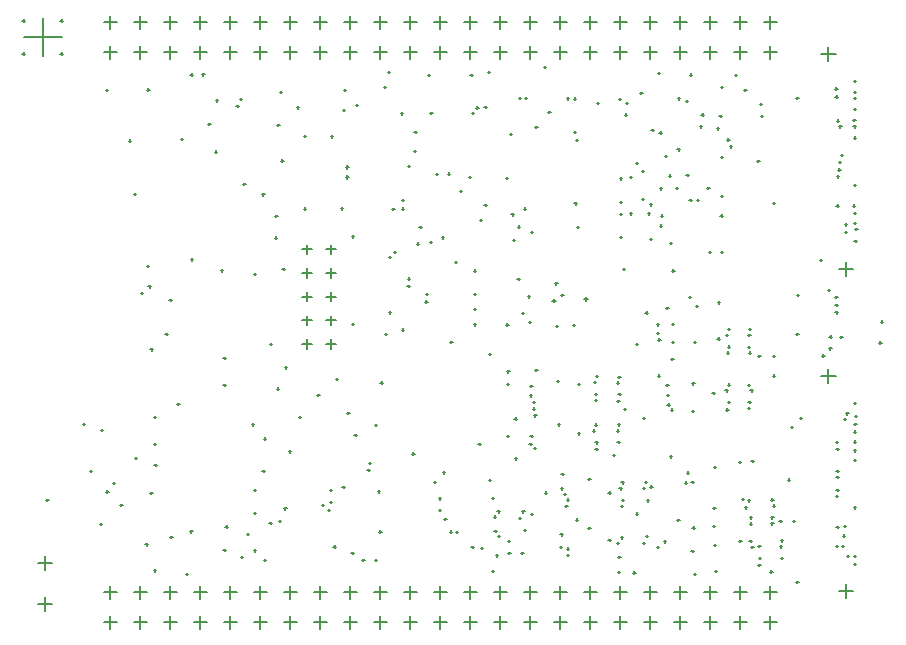
<source format=gbr>
%TF.GenerationSoftware,Altium Limited,Altium Designer,25.3.3 (18)*%
G04 Layer_Color=128*
%FSLAX45Y45*%
%MOMM*%
%TF.SameCoordinates,5572F933-5C96-4131-A983-9EF7CB378A5A*%
%TF.FilePolarity,Positive*%
%TF.FileFunction,Drillmap*%
%TF.Part,Single*%
G01*
G75*
%TA.AperFunction,NonConductor*%
%ADD630C,0.12700*%
D630*
X3860000Y2548000D02*
X3940000D01*
X3900000Y2508000D02*
Y2588000D01*
X3860000Y2748000D02*
X3940000D01*
X3900000Y2708000D02*
Y2788000D01*
X3860000Y2948000D02*
X3940000D01*
X3900000Y2908000D02*
Y2988000D01*
X3860000Y3148000D02*
X3940000D01*
X3900000Y3108000D02*
Y3187999D01*
X3860000Y3348000D02*
X3940000D01*
X3900000Y3308000D02*
Y3388000D01*
X3660000Y2548000D02*
X3740000D01*
X3700000Y2508000D02*
Y2588000D01*
X3660000Y2748000D02*
X3740000D01*
X3700000Y2708000D02*
Y2788000D01*
X3660000Y2948000D02*
X3740000D01*
X3700000Y2908000D02*
Y2988000D01*
X3660000Y3148000D02*
X3740000D01*
X3700000Y3108000D02*
Y3187999D01*
X3660000Y3348000D02*
X3740000D01*
X3700000Y3308000D02*
Y3388000D01*
X8203000Y455000D02*
X8323000D01*
X8263000Y395000D02*
Y515000D01*
X8053000Y2275000D02*
X8173000D01*
X8113000Y2215000D02*
Y2335000D01*
X8053000Y5005000D02*
X8173000D01*
X8113000Y4945000D02*
Y5065000D01*
X8203000Y3185000D02*
X8323000D01*
X8263000Y3125000D02*
Y3245000D01*
X1977000Y190500D02*
X2087000D01*
X2032000Y135500D02*
Y245500D01*
X2231000Y190500D02*
X2341000D01*
X2286000Y135500D02*
Y245500D01*
X2485000Y190500D02*
X2595000D01*
X2540000Y135500D02*
Y245500D01*
X2739000Y190500D02*
X2849000D01*
X2794000Y135500D02*
Y245500D01*
X2993000Y190500D02*
X3103000D01*
X3048000Y135500D02*
Y245500D01*
X3247000Y190500D02*
X3357000D01*
X3302000Y135500D02*
Y245500D01*
X3501000Y190500D02*
X3611000D01*
X3556000Y135500D02*
Y245500D01*
X3755000Y190500D02*
X3865000D01*
X3810000Y135500D02*
Y245500D01*
X4009000Y190500D02*
X4119000D01*
X4064000Y135500D02*
Y245500D01*
X4263000Y190500D02*
X4373000D01*
X4318000Y135500D02*
Y245500D01*
X4517000Y190500D02*
X4627000D01*
X4572000Y135500D02*
Y245500D01*
X4771000Y190500D02*
X4881000D01*
X4826000Y135500D02*
Y245500D01*
X5025000Y190500D02*
X5135000D01*
X5080000Y135500D02*
Y245500D01*
X5279000Y190500D02*
X5389000D01*
X5334000Y135500D02*
Y245500D01*
X5533000Y190500D02*
X5643000D01*
X5588000Y135500D02*
Y245500D01*
X5787000Y190500D02*
X5897000D01*
X5842000Y135500D02*
Y245500D01*
X6041000Y190500D02*
X6151000D01*
X6096000Y135500D02*
Y245500D01*
X6295000Y190500D02*
X6405000D01*
X6350000Y135500D02*
Y245500D01*
X6549000Y190500D02*
X6659000D01*
X6604000Y135500D02*
Y245500D01*
X6803000Y190500D02*
X6913000D01*
X6858000Y135500D02*
Y245500D01*
X7057000Y190500D02*
X7167000D01*
X7112000Y135500D02*
Y245500D01*
X7311000Y190500D02*
X7421000D01*
X7366000Y135500D02*
Y245500D01*
X7565000Y190500D02*
X7675000D01*
X7620000Y135500D02*
Y245500D01*
X1977000Y444500D02*
X2087000D01*
X2032000Y389500D02*
Y499500D01*
X2231000Y444500D02*
X2341000D01*
X2286000Y389500D02*
Y499500D01*
X2485000Y444500D02*
X2595000D01*
X2540000Y389500D02*
Y499500D01*
X2739000Y444500D02*
X2849000D01*
X2794000Y389500D02*
Y499500D01*
X2993000Y444500D02*
X3103000D01*
X3048000Y389500D02*
Y499500D01*
X3247000Y444500D02*
X3357000D01*
X3302000Y389500D02*
Y499500D01*
X3501000Y444500D02*
X3611000D01*
X3556000Y389500D02*
Y499500D01*
X3755000Y444500D02*
X3865000D01*
X3810000Y389500D02*
Y499500D01*
X4009000Y444500D02*
X4119000D01*
X4064000Y389500D02*
Y499500D01*
X4263000Y444500D02*
X4373000D01*
X4318000Y389500D02*
Y499500D01*
X4517000Y444500D02*
X4627000D01*
X4572000Y389500D02*
Y499500D01*
X4771000Y444500D02*
X4881000D01*
X4826000Y389500D02*
Y499500D01*
X5025000Y444500D02*
X5135000D01*
X5080000Y389500D02*
Y499500D01*
X5279000Y444500D02*
X5389000D01*
X5334000Y389500D02*
Y499500D01*
X5533000Y444500D02*
X5643000D01*
X5588000Y389500D02*
Y499500D01*
X5787000Y444500D02*
X5897000D01*
X5842000Y389500D02*
Y499500D01*
X6041000Y444500D02*
X6151000D01*
X6096000Y389500D02*
Y499500D01*
X6295000Y444500D02*
X6405000D01*
X6350000Y389500D02*
Y499500D01*
X6549000Y444500D02*
X6659000D01*
X6604000Y389500D02*
Y499500D01*
X6803000Y444500D02*
X6913000D01*
X6858000Y389500D02*
Y499500D01*
X7057000Y444500D02*
X7167000D01*
X7112000Y389500D02*
Y499500D01*
X7311000Y444500D02*
X7421000D01*
X7366000Y389500D02*
Y499500D01*
X7565000Y444500D02*
X7675000D01*
X7620000Y389500D02*
Y499500D01*
X1977000Y5016500D02*
X2087000D01*
X2032000Y4961500D02*
Y5071500D01*
X2231000Y5016500D02*
X2341000D01*
X2286000Y4961500D02*
Y5071500D01*
X2485000Y5016500D02*
X2595000D01*
X2540000Y4961500D02*
Y5071500D01*
X2739000Y5016500D02*
X2849000D01*
X2794000Y4961500D02*
Y5071500D01*
X2993000Y5016500D02*
X3103000D01*
X3048000Y4961500D02*
Y5071500D01*
X3247000Y5016500D02*
X3357000D01*
X3302000Y4961500D02*
Y5071500D01*
X3501000Y5016500D02*
X3611000D01*
X3556000Y4961500D02*
Y5071500D01*
X3755000Y5016500D02*
X3865000D01*
X3810000Y4961500D02*
Y5071500D01*
X4009000Y5016500D02*
X4119000D01*
X4064000Y4961500D02*
Y5071500D01*
X4263000Y5016500D02*
X4373000D01*
X4318000Y4961500D02*
Y5071500D01*
X4517000Y5016500D02*
X4627000D01*
X4572000Y4961500D02*
Y5071500D01*
X4771000Y5016500D02*
X4881000D01*
X4826000Y4961500D02*
Y5071500D01*
X5025000Y5016500D02*
X5135000D01*
X5080000Y4961500D02*
Y5071500D01*
X5279000Y5016500D02*
X5389000D01*
X5334000Y4961500D02*
Y5071500D01*
X5533000Y5016500D02*
X5643000D01*
X5588000Y4961500D02*
Y5071500D01*
X5787000Y5016500D02*
X5897000D01*
X5842000Y4961500D02*
Y5071500D01*
X6041000Y5016500D02*
X6151000D01*
X6096000Y4961500D02*
Y5071500D01*
X6295000Y5016500D02*
X6405000D01*
X6350000Y4961500D02*
Y5071500D01*
X6549000Y5016500D02*
X6659000D01*
X6604000Y4961500D02*
Y5071500D01*
X6803000Y5016500D02*
X6913000D01*
X6858000Y4961500D02*
Y5071500D01*
X7057000Y5016500D02*
X7167000D01*
X7112000Y4961500D02*
Y5071500D01*
X7311000Y5016500D02*
X7421000D01*
X7366000Y4961500D02*
Y5071500D01*
X7565000Y5016500D02*
X7675000D01*
X7620000Y4961500D02*
Y5071500D01*
X1977000Y5270500D02*
X2087000D01*
X2032000Y5215500D02*
Y5325500D01*
X2231000Y5270500D02*
X2341000D01*
X2286000Y5215500D02*
Y5325500D01*
X2485000Y5270500D02*
X2595000D01*
X2540000Y5215500D02*
Y5325500D01*
X2739000Y5270500D02*
X2849000D01*
X2794000Y5215500D02*
Y5325500D01*
X2993000Y5270500D02*
X3103000D01*
X3048000Y5215500D02*
Y5325500D01*
X3247000Y5270500D02*
X3357000D01*
X3302000Y5215500D02*
Y5325500D01*
X3501000Y5270500D02*
X3611000D01*
X3556000Y5215500D02*
Y5325500D01*
X3755000Y5270500D02*
X3865000D01*
X3810000Y5215500D02*
Y5325500D01*
X4009000Y5270500D02*
X4119000D01*
X4064000Y5215500D02*
Y5325500D01*
X4263000Y5270500D02*
X4373000D01*
X4318000Y5215500D02*
Y5325500D01*
X4517000Y5270500D02*
X4627000D01*
X4572000Y5215500D02*
Y5325500D01*
X4771000Y5270500D02*
X4881000D01*
X4826000Y5215500D02*
Y5325500D01*
X5025000Y5270500D02*
X5135000D01*
X5080000Y5215500D02*
Y5325500D01*
X5279000Y5270500D02*
X5389000D01*
X5334000Y5215500D02*
Y5325500D01*
X5533000Y5270500D02*
X5643000D01*
X5588000Y5215500D02*
Y5325500D01*
X5787000Y5270500D02*
X5897000D01*
X5842000Y5215500D02*
Y5325500D01*
X6041000Y5270500D02*
X6151000D01*
X6096000Y5215500D02*
Y5325500D01*
X6295000Y5270500D02*
X6405000D01*
X6350000Y5215500D02*
Y5325500D01*
X6549000Y5270500D02*
X6659000D01*
X6604000Y5215500D02*
Y5325500D01*
X6803000Y5270500D02*
X6913000D01*
X6858000Y5215500D02*
Y5325500D01*
X7057000Y5270500D02*
X7167000D01*
X7112000Y5215500D02*
Y5325500D01*
X7311000Y5270500D02*
X7421000D01*
X7366000Y5215500D02*
Y5325500D01*
X7565000Y5270500D02*
X7675000D01*
X7620000Y5215500D02*
Y5325500D01*
X1300500Y5143500D02*
X1620500D01*
X1460500Y4983500D02*
Y5303500D01*
X1420000Y345000D02*
X1540000D01*
X1480000Y285000D02*
Y405000D01*
X1420000Y695000D02*
X1540000D01*
X1480000Y635000D02*
Y755000D01*
X2370667Y1287523D02*
X2390667D01*
X2380667Y1277523D02*
Y1297523D01*
X8559185Y2737375D02*
X8579185D01*
X8569185Y2727375D02*
Y2747375D01*
X8542500Y2559739D02*
X8562500D01*
X8552500Y2549739D02*
Y2569739D01*
X5629965Y4382866D02*
X5649965D01*
X5639965Y4372866D02*
Y4392866D01*
X5429190Y3644282D02*
X5449190D01*
X5439190Y3634282D02*
Y3654282D01*
X5533187Y3694652D02*
X5553187D01*
X5543187Y3684652D02*
Y3704652D01*
X6560000Y1380000D02*
X6580000D01*
X6570000Y1370000D02*
Y1390000D01*
X6899461Y1373397D02*
X6919461D01*
X6909461Y1363397D02*
Y1383397D01*
X4589495Y1619981D02*
X4609494D01*
X4599494Y1609981D02*
Y1629980D01*
X4500000Y2670000D02*
X4520000D01*
X4510000Y2660000D02*
Y2680000D01*
X2340000Y3210000D02*
X2360000D01*
X2350000Y3200000D02*
Y3220000D01*
X8326372Y684779D02*
X8346372D01*
X8336372Y674779D02*
Y694779D01*
X3940000Y2250000D02*
X3960000D01*
X3950000Y2240000D02*
Y2260000D01*
X3785090Y2117655D02*
X3805090D01*
X3795090Y2107655D02*
Y2127655D01*
X3998448Y1334383D02*
X4018448D01*
X4008448Y1324383D02*
Y1344383D01*
X4099413Y1779007D02*
X4119413D01*
X4109413Y1769007D02*
Y1789007D01*
X5081511Y4826774D02*
X5101511D01*
X5091511Y4816774D02*
Y4836774D01*
X4721207Y4827546D02*
X4741207D01*
X4731207Y4817546D02*
Y4837546D01*
X5959054Y4625903D02*
X5979054D01*
X5969054Y4615903D02*
Y4635903D01*
X6573957Y1223066D02*
X6593957D01*
X6583957Y1213066D02*
Y1233066D01*
X3430000Y3630000D02*
X3450000D01*
X3440000Y3620000D02*
Y3640000D01*
X2990000Y2200000D02*
X3010000D01*
X3000000Y2190000D02*
Y2210000D01*
X2990000Y2430000D02*
X3010000D01*
X3000000Y2420000D02*
Y2440000D01*
X2400000Y1930000D02*
X2420000D01*
X2410000Y1920000D02*
Y1940000D01*
X2400000Y1700000D02*
X2420000D01*
X2410000Y1690000D02*
Y1710000D01*
X3544238Y1637718D02*
X3564238D01*
X3554238Y1627718D02*
Y1647718D01*
X6971659Y2564787D02*
X6991659D01*
X6981659Y2554787D02*
Y2574787D01*
X6564714Y923815D02*
X6584714D01*
X6574714Y913815D02*
Y933815D01*
X5574281Y2736198D02*
X5594281D01*
X5584281Y2726198D02*
Y2746198D01*
X5236126Y2465041D02*
X5256126D01*
X5246126Y2455041D02*
Y2475041D01*
X4296654Y1298722D02*
X4316654D01*
X4306654Y1288722D02*
Y1308722D01*
X4210000Y1480000D02*
X4230000D01*
X4220000Y1470000D02*
Y1490000D01*
Y1540000D02*
X4240000D01*
X4230000Y1530000D02*
Y1550000D01*
X4320000Y2220000D02*
X4340000D01*
X4330000Y2210000D02*
Y2230000D01*
X5381499Y3954002D02*
X5401499D01*
X5391499Y3944002D02*
Y3964002D01*
X5391082Y2210489D02*
X5411082D01*
X5401082Y2200489D02*
Y2220489D01*
X5391488Y1770850D02*
X5411488D01*
X5401488Y1760850D02*
Y1780850D01*
X5385309Y2711469D02*
X5405308D01*
X5395308Y2701469D02*
Y2721469D01*
X4354802Y2633201D02*
X4374802D01*
X4364802Y2623202D02*
Y2643201D01*
X5150000Y1700000D02*
X5170000D01*
X5160000Y1690000D02*
Y1710000D01*
X5453722Y1916669D02*
X5473722D01*
X5463722Y1906669D02*
Y1926668D01*
X5622761Y1943620D02*
X5642761D01*
X5632761Y1933620D02*
Y1953620D01*
X4740000Y3410000D02*
X4760000D01*
X4750000Y3400000D02*
Y3420000D01*
X4840000Y3450000D02*
X4860000D01*
X4850000Y3440000D02*
Y3460000D01*
X4950000Y3240000D02*
X4970000D01*
X4960000Y3230000D02*
Y3250000D01*
X4956787Y956458D02*
X4976787D01*
X4966787Y946458D02*
Y966458D01*
X4434097Y3326817D02*
X4454097D01*
X4444097Y3316817D02*
Y3336817D01*
X3129476Y4624019D02*
X3149476D01*
X3139476Y4614019D02*
Y4634019D01*
X2917766Y4177072D02*
X2937766D01*
X2927766Y4167072D02*
Y4187072D01*
X3100000Y4560000D02*
X3120000D01*
X3110000Y4550000D02*
Y4570000D01*
X3249994Y3139994D02*
X3269993D01*
X3259993Y3129994D02*
Y3149994D01*
X2970000Y3170001D02*
X2990000D01*
X2980000Y3160001D02*
Y3180000D01*
X2928364Y4609819D02*
X2948364D01*
X2938364Y4599819D02*
Y4619819D01*
X3382500Y2550000D02*
X3402500D01*
X3392500Y2540000D02*
Y2560000D01*
X4079577Y3458928D02*
X4099577D01*
X4089577Y3448928D02*
Y3468928D01*
X3489875Y3182500D02*
X3509875D01*
X3499875Y3172500D02*
Y3192500D01*
X4079999Y2717500D02*
X4099999D01*
X4089999Y2707500D02*
Y2727500D01*
X3510000Y2350000D02*
X3530000D01*
X3520000Y2340000D02*
Y2360000D01*
X2600279Y2037934D02*
X2620278D01*
X2610278Y2027934D02*
Y2047934D01*
X3443860Y2169371D02*
X3463859D01*
X3453859Y2159371D02*
Y2179371D01*
X4038113Y1964887D02*
X4058113D01*
X4048113Y1954887D02*
Y1974887D01*
X3229578Y1866066D02*
X3249578D01*
X3239578Y1856066D02*
Y1876066D01*
X3890347Y1212274D02*
X3910347D01*
X3900347Y1202274D02*
Y1222274D01*
X3380000Y1030000D02*
X3400000D01*
X3390000Y1020000D02*
Y1040000D01*
X2712076Y3263632D02*
X2732076D01*
X2722076Y3253632D02*
Y3273632D01*
X6997572Y3764473D02*
X7017572D01*
X7007572Y3754473D02*
Y3774473D01*
X6935811Y3768675D02*
X6955811D01*
X6945811Y3758675D02*
Y3778675D01*
X7641751Y3740325D02*
X7661751D01*
X7651751Y3730325D02*
Y3750325D01*
X6695711Y3634924D02*
X6715711D01*
X6705711Y3624924D02*
Y3644924D01*
X7198707Y3634883D02*
X7218707D01*
X7208707Y3624883D02*
Y3644883D01*
X7407279Y1163852D02*
X7427279D01*
X7417279Y1153852D02*
Y1173852D01*
X7444341Y881220D02*
X7464341D01*
X7454341Y871221D02*
Y891220D01*
X7518805Y834542D02*
X7538805D01*
X7528805Y824542D02*
Y844542D01*
X7522021Y733311D02*
X7542020D01*
X7532020Y723311D02*
Y743311D01*
X7517955Y676064D02*
X7537955D01*
X7527955Y666064D02*
Y686064D01*
X7357773Y881230D02*
X7377773D01*
X7367773Y871230D02*
Y891230D01*
X7378651Y1235212D02*
X7398651D01*
X7388651Y1225212D02*
Y1245212D01*
X8203919Y4389499D02*
X8223919D01*
X8213919Y4379499D02*
Y4399499D01*
X8215547Y4147272D02*
X8235547D01*
X8225547Y4137272D02*
Y4157272D01*
X8186010Y3966066D02*
X8206010D01*
X8196010Y3956066D02*
Y3976066D01*
X8195223Y4024776D02*
X8215223D01*
X8205223Y4014776D02*
Y4034776D01*
X8200000Y4090000D02*
X8220000D01*
X8210000Y4080000D02*
Y4100000D01*
X7640000Y1179333D02*
X7660000D01*
X7650000Y1169333D02*
Y1189333D01*
X6952354Y1377731D02*
X6972354D01*
X6962354Y1367731D02*
Y1387731D01*
X7770000Y1400000D02*
X7790000D01*
X7780000Y1390000D02*
Y1410000D01*
X6915887Y1458315D02*
X6935887D01*
X6925887Y1448315D02*
Y1468315D01*
X7699582Y834248D02*
X7719582D01*
X7709582Y824248D02*
Y844247D01*
X7628749Y1028212D02*
X7648749D01*
X7638749Y1018212D02*
Y1038212D01*
X7429767Y2005211D02*
X7449767D01*
X7439767Y1995211D02*
Y2015211D01*
X7794298Y1845702D02*
X7814298D01*
X7804298Y1835702D02*
Y1855702D01*
X7435615Y2055562D02*
X7455615D01*
X7445615Y2045562D02*
Y2065562D01*
X7453088Y2155165D02*
X7473088D01*
X7463088Y2145165D02*
Y2165165D01*
X7430746Y2202500D02*
X7450746D01*
X7440746Y2192500D02*
Y2212500D01*
X7441513Y2474524D02*
X7461513D01*
X7451513Y2464524D02*
Y2484524D01*
X7433479Y2621749D02*
X7453479D01*
X7443479Y2611749D02*
Y2631749D01*
X6325369Y2064996D02*
X6345369D01*
X6335369Y2054996D02*
Y2074996D01*
X6320000Y2220000D02*
X6340000D01*
X6330000Y2210000D02*
Y2230000D01*
X6332677Y2268366D02*
X6352677D01*
X6342677Y2258366D02*
Y2278366D01*
X6782748Y2418006D02*
X6802748D01*
X6792748Y2408006D02*
Y2428006D01*
X6328042Y1867057D02*
X6348042D01*
X6338042Y1857057D02*
Y1877057D01*
X6321219Y1814952D02*
X6341219D01*
X6331219Y1804952D02*
Y1824952D01*
X6540367Y1920716D02*
X6560367D01*
X6550367Y1910716D02*
Y1930716D01*
X6381872Y1995771D02*
X6401872D01*
X6391872Y1985771D02*
Y2005771D01*
X6480000Y2550000D02*
X6500000D01*
X6490000Y2540000D02*
Y2560000D01*
X5493002Y1075600D02*
X5513002D01*
X5503002Y1065600D02*
Y1085600D01*
X6290000Y1610000D02*
X6310000D01*
X6300000Y1600000D02*
Y1620000D01*
X6540780Y1328225D02*
X6560780D01*
X6550780Y1318225D02*
Y1338225D01*
X6356643Y1175064D02*
X6376643D01*
X6366643Y1165064D02*
Y1185064D01*
X6480986Y1111819D02*
X6500986D01*
X6490986Y1101819D02*
Y1121819D01*
X6540000Y860000D02*
X6560000D01*
X6550000Y850000D02*
Y870000D01*
X6658093Y828380D02*
X6678093D01*
X6668093Y818380D02*
Y838380D01*
X5400000Y880000D02*
X5420000D01*
X5410000Y870000D02*
Y890000D01*
X6459871Y611393D02*
X6479871D01*
X6469871Y601394D02*
Y621393D01*
X7620000Y620000D02*
X7640000D01*
X7630000Y610000D02*
Y630000D01*
X6971610Y601044D02*
X6991610D01*
X6981610Y591044D02*
Y611044D01*
X7149078Y624207D02*
X7169078D01*
X7159078Y614207D02*
Y634207D01*
X6584271Y3653251D02*
X6604271D01*
X6594271Y3643251D02*
Y3663250D01*
X6821596Y3870000D02*
X6841596D01*
X6831596Y3860000D02*
Y3880000D01*
X6770000Y3400000D02*
X6790000D01*
X6780000Y3390000D02*
Y3410000D01*
X8172143Y2814823D02*
X8192143D01*
X8182143Y2804823D02*
Y2824823D01*
X8213537Y2606359D02*
X8233537D01*
X8223537Y2596359D02*
Y2616359D01*
X8107549Y3006671D02*
X8127549D01*
X8117549Y2996671D02*
Y3016671D01*
X7200000Y3800000D02*
X7220000D01*
X7210000Y3790000D02*
Y3810000D01*
X7707762Y736535D02*
X7727762D01*
X7717762Y726535D02*
Y746535D01*
X3249697Y1115924D02*
X3269697D01*
X3259697Y1105924D02*
Y1125924D01*
X6930000Y2947500D02*
X6950000D01*
X6940000Y2937500D02*
Y2957500D01*
X7842918Y2962686D02*
X7862918D01*
X7852918Y2952686D02*
Y2972686D01*
X8171422Y2878977D02*
X8191422D01*
X8181422Y2868977D02*
Y2888977D01*
X8171230Y2945002D02*
X8191230D01*
X8181230Y2935003D02*
Y2955002D01*
X7839778Y2631825D02*
X7859778D01*
X7849778Y2621825D02*
Y2641825D01*
X7870000Y1920000D02*
X7890000D01*
X7880000Y1910000D02*
Y1930000D01*
X7640000Y2280000D02*
X7660000D01*
X7650000Y2270000D02*
Y2290000D01*
X7640000Y2445000D02*
X7660000D01*
X7650000Y2435000D02*
Y2455000D01*
X7519112Y2444793D02*
X7539112D01*
X7529112Y2434793D02*
Y2454793D01*
X8121039Y2610196D02*
X8141039D01*
X8131039Y2600196D02*
Y2620196D01*
X8060000Y2450000D02*
X8080000D01*
X8070000Y2440000D02*
Y2460000D01*
X8120000Y2510000D02*
X8140000D01*
X8130000Y2500000D02*
Y2520000D01*
X8330407Y2047135D02*
X8350407D01*
X8340407Y2037135D02*
Y2057135D01*
X8264077Y1960350D02*
X8284077D01*
X8274077Y1950350D02*
Y1970350D01*
X8240991Y1910622D02*
X8260991D01*
X8250991Y1900622D02*
Y1920622D01*
X8333944Y1938175D02*
X8353944D01*
X8343944Y1928175D02*
Y1948175D01*
X8330906Y1869523D02*
X8350906D01*
X8340906Y1859523D02*
Y1879523D01*
X4490000Y4500000D02*
X4510000D01*
X4500000Y4490000D02*
Y4510000D01*
X5091347Y4503003D02*
X5111347D01*
X5101347Y4493003D02*
Y4513003D01*
X4741347Y4503003D02*
X4761347D01*
X4751347Y4493003D02*
Y4513003D01*
X4911347Y2563003D02*
X4931347D01*
X4921347Y2553003D02*
Y2573003D01*
X6322200Y864003D02*
X6342200D01*
X6332200Y854003D02*
Y874003D01*
X6721497Y875833D02*
X6741497D01*
X6731497Y865833D02*
Y885833D01*
X6333119Y744003D02*
X6353119D01*
X6343119Y734003D02*
Y754003D01*
X6329046Y619481D02*
X6349046D01*
X6339046Y609481D02*
Y629481D01*
X5618845Y1664897D02*
X5638845D01*
X5628845Y1654897D02*
Y1674897D01*
X5582089Y1702985D02*
X5602089D01*
X5592089Y1692985D02*
Y1712985D01*
X5631227Y2324889D02*
X5651227D01*
X5641227Y2314889D02*
Y2334889D01*
X5815260Y2235833D02*
X5835260D01*
X5825260Y2225833D02*
Y2245833D01*
X5610000Y2000000D02*
X5630000D01*
X5620000Y1990000D02*
Y2010000D01*
X5609286Y2054045D02*
X5629286D01*
X5619286Y2044045D02*
Y2064045D01*
X5972366Y4273059D02*
X5992366D01*
X5982366Y4263059D02*
Y4283059D01*
X7510656Y4099404D02*
X7530656D01*
X7520656Y4089404D02*
Y4109404D01*
X8172685Y4642287D02*
X8192685D01*
X8182685Y4632287D02*
Y4652287D01*
X5590865Y3493579D02*
X5610865D01*
X5600865Y3483580D02*
Y3503579D01*
X5980551Y3539929D02*
X6000551D01*
X5990551Y3529929D02*
Y3549929D01*
X5950045Y2706612D02*
X5970045D01*
X5960045Y2696612D02*
Y2716612D01*
X6563796Y2813468D02*
X6583796D01*
X6573796Y2803468D02*
Y2823468D01*
X7175789Y2899534D02*
X7195789D01*
X7185789Y2889534D02*
Y2909534D01*
X6784371Y2714635D02*
X6804371D01*
X6794371Y2704635D02*
Y2724635D01*
X6370000Y3180000D02*
X6390000D01*
X6380000Y3170000D02*
Y3190000D01*
X7255540Y4278122D02*
X7275540D01*
X7265540Y4268122D02*
Y4288122D01*
X6939095Y4828738D02*
X6959095D01*
X6949095Y4818738D02*
Y4838738D01*
X7319264Y4827195D02*
X7339264D01*
X7329264Y4817195D02*
Y4837195D01*
X7840000Y4630000D02*
X7860000D01*
X7850000Y4620000D02*
Y4640000D01*
X7173075Y2593718D02*
X7193075D01*
X7183075Y2583718D02*
Y2603718D01*
X7252744Y2474203D02*
X7272744D01*
X7262744Y2464203D02*
Y2484203D01*
X7241723Y2624881D02*
X7261723D01*
X7251723Y2614881D02*
Y2634881D01*
X7240633Y2154582D02*
X7260633D01*
X7250633Y2144582D02*
Y2164582D01*
X7247710Y1991396D02*
X7267710D01*
X7257710Y1981396D02*
Y2001396D01*
X6777656Y1992762D02*
X6797656D01*
X6787656Y1982762D02*
Y2002762D01*
X6140000Y1660000D02*
X6160000D01*
X6150000Y1650000D02*
Y1670000D01*
X6120251Y1814943D02*
X6140251D01*
X6130251Y1804943D02*
Y1824943D01*
X6137726Y1865823D02*
X6157726D01*
X6147726Y1855823D02*
Y1875823D01*
X6670000Y2280001D02*
X6690000D01*
X6680000Y2270001D02*
Y2290001D01*
X5976360Y1060716D02*
X5996360D01*
X5986360Y1050716D02*
Y1070716D01*
X6364130Y1224924D02*
X6384129D01*
X6374129Y1214924D02*
Y1234924D01*
X6343138Y1325106D02*
X6363138D01*
X6353138Y1315106D02*
Y1335106D01*
X5898597Y763530D02*
X5918597D01*
X5908597Y753530D02*
Y773530D01*
X7461172Y1554359D02*
X7481172D01*
X7471172Y1544359D02*
Y1564359D01*
X6768295Y1595643D02*
X6788295D01*
X6778295Y1585644D02*
Y1605643D01*
X7432489Y1223123D02*
X7452489D01*
X7442489Y1213123D02*
Y1233123D01*
X7448943Y1079929D02*
X7468943D01*
X7458943Y1069929D02*
Y1089929D01*
X7354207Y1548600D02*
X7374207D01*
X7364207Y1538600D02*
Y1558600D01*
X6960983Y993664D02*
X6980983D01*
X6970983Y983664D02*
Y1003664D01*
X6833436Y1057733D02*
X6853436D01*
X6843436Y1047733D02*
Y1067733D01*
X7460000Y830000D02*
X7480000D01*
X7470000Y820000D02*
Y840000D01*
X7446884Y1027268D02*
X7466884D01*
X7456884Y1017268D02*
Y1037268D01*
X7810000Y1050000D02*
X7830000D01*
X7820000Y1040000D02*
Y1060000D01*
X5884331Y1178451D02*
X5904331D01*
X5894331Y1168451D02*
Y1188451D01*
X5900706Y1229467D02*
X5920706D01*
X5910706Y1219467D02*
Y1239467D01*
X5870474Y1275444D02*
X5890474D01*
X5880474Y1265444D02*
Y1285444D01*
X5852353Y1446317D02*
X5872352D01*
X5862353Y1436317D02*
Y1456317D01*
X5710000Y1290000D02*
X5730000D01*
X5720000Y1280000D02*
Y1300000D01*
X5265076Y1241599D02*
X5285076D01*
X5275076Y1231599D02*
Y1251599D01*
X4813740Y1240134D02*
X4833740D01*
X4823740Y1230134D02*
Y1250134D01*
X4812417Y1140418D02*
X4832417D01*
X4822417Y1130418D02*
Y1150418D01*
X4860496Y1065889D02*
X4880496D01*
X4870496Y1055889D02*
Y1075889D01*
X4906830Y958541D02*
X4926830D01*
X4916830Y948541D02*
Y968541D01*
X5277568Y1086075D02*
X5297568D01*
X5287568Y1076075D02*
Y1096075D01*
X5310000Y1130000D02*
X5330000D01*
X5320000Y1120000D02*
Y1140000D01*
X5284387Y966075D02*
X5304387D01*
X5294387Y956075D02*
Y976075D01*
X5311854Y923496D02*
X5331854D01*
X5321854Y913496D02*
Y933496D01*
X5297534Y757266D02*
X5317534D01*
X5307534Y747266D02*
Y767266D01*
X3505675Y1155029D02*
X3525675D01*
X3515675Y1145029D02*
Y1165029D01*
X2670532Y600491D02*
X2690532D01*
X2680532Y590491D02*
Y610491D01*
X6132965Y2074473D02*
X6152965D01*
X6142965Y2064473D02*
Y2084473D01*
X6129320Y2225882D02*
X6149320D01*
X6139320Y2215882D02*
Y2235881D01*
X6141221Y2276914D02*
X6161221D01*
X6151221Y2266914D02*
Y2286914D01*
X6334372Y2125552D02*
X6354372D01*
X6344372Y2115552D02*
Y2135552D01*
X6660672Y2714062D02*
X6680672D01*
X6670672Y2704062D02*
Y2724062D01*
X7280000Y4220000D02*
X7300000D01*
X7290000Y4210000D02*
Y4230000D01*
X4850000Y1460000D02*
X4870000D01*
X4860000Y1450000D02*
Y1470000D01*
X5458170Y1578802D02*
X5478170D01*
X5468170Y1568802D02*
Y1588801D01*
X5962225Y3738184D02*
X5982225D01*
X5972225Y3728184D02*
Y3748184D01*
X8040000Y3260000D02*
X8060000D01*
X8050000Y3250000D02*
Y3270000D01*
X7840000Y530000D02*
X7860000D01*
X7850000Y520000D02*
Y540000D01*
X7131946Y1005659D02*
X7151946D01*
X7141946Y995659D02*
Y1015659D01*
X4770000Y1380000D02*
X4790000D01*
X4780000Y1370000D02*
Y1390000D01*
X3333313Y718731D02*
X3353313D01*
X3343313Y708731D02*
Y728731D01*
X4309500Y959500D02*
X4329500D01*
X4319500Y949500D02*
Y969500D01*
X3891347Y1308653D02*
X3911347D01*
X3901347Y1298653D02*
Y1318653D01*
X3250339Y800579D02*
X3270339D01*
X3260339Y790579D02*
Y810579D01*
X3460000Y1050000D02*
X3480000D01*
X3470000Y1040000D02*
Y1060000D01*
X3188847Y941388D02*
X3208847D01*
X3198847Y931388D02*
Y951388D01*
X2324569Y850000D02*
X2354569D01*
X2339569Y835000D02*
Y865000D01*
X2117080Y1183054D02*
X2137080D01*
X2127080Y1173054D02*
Y1193054D01*
X1950000Y1817392D02*
X1970000D01*
X1960000Y1807392D02*
Y1827392D01*
X5589722Y1768096D02*
X5609722D01*
X5599722Y1758096D02*
Y1778096D01*
X5587932Y2191787D02*
X5607932D01*
X5597932Y2181787D02*
Y2201787D01*
X5837336Y830870D02*
X5857336D01*
X5847336Y820870D02*
Y840870D01*
X5844327Y935673D02*
X5864327D01*
X5854327Y925673D02*
Y945673D01*
X5844999Y1325000D02*
X5864999D01*
X5854999Y1315000D02*
Y1335000D01*
X5992746Y1790909D02*
X6012746D01*
X6002746Y1780909D02*
Y1800909D01*
X5992746Y2210001D02*
X6012746D01*
X6002746Y2200001D02*
Y2220001D01*
X6953499Y795281D02*
X6973499D01*
X6963499Y785281D02*
Y805281D01*
X6740000Y2200000D02*
X6760000D01*
X6750000Y2190000D02*
Y2210000D01*
X6787500Y2566485D02*
X6807500D01*
X6797500Y2556485D02*
Y2576485D01*
X6740000Y2850000D02*
X6760000D01*
X6750000Y2840000D02*
Y2860000D01*
X6660000Y2640000D02*
X6680000D01*
X6670000Y2630000D02*
Y2650000D01*
X6672471Y2585249D02*
X6692471D01*
X6682471Y2575249D02*
Y2595249D01*
X7400000Y4700000D02*
X7420000D01*
X7410000Y4690000D02*
Y4710000D01*
X6903016Y4603016D02*
X6923016D01*
X6913016Y4593016D02*
Y4613016D01*
X5393661Y2315116D02*
X5413660D01*
X5403661Y2305116D02*
Y2325116D01*
X5112333Y2713076D02*
X5132333D01*
X5122333Y2703076D02*
Y2723076D01*
X2533568Y2919950D02*
X2553568D01*
X2543568Y2909950D02*
Y2929950D01*
X5804897Y2701733D02*
X5824897D01*
X5814897Y2691733D02*
Y2711733D01*
X5849988Y2959994D02*
X5869988D01*
X5859988Y2949994D02*
Y2969994D01*
X5235030Y1398108D02*
X5255030D01*
X5245030Y1388108D02*
Y1408108D01*
X6250000Y1290000D02*
X6270000D01*
X6260000Y1280000D02*
Y1300000D01*
X6250000Y887379D02*
X6270000D01*
X6260000Y877379D02*
Y897379D01*
X6140811Y1714006D02*
X6160811D01*
X6150811Y1704006D02*
Y1724006D01*
X5821296Y1867204D02*
X5841296D01*
X5831296Y1857204D02*
Y1877204D01*
X6079273Y1402302D02*
X6099273D01*
X6089273Y1392302D02*
Y1412302D01*
X6080000Y990000D02*
X6100000D01*
X6090000Y980000D02*
Y1000000D01*
X6353452Y909664D02*
X6373452D01*
X6363452Y899664D02*
Y919664D01*
X5584827Y2111606D02*
X5604826D01*
X5594827Y2101606D02*
Y2121606D01*
X6045000Y2930000D02*
X6075000D01*
X6060000Y2915000D02*
Y2945000D01*
X7137500Y1156486D02*
X7157500D01*
X7147500Y1146486D02*
Y1166486D01*
X7142358Y1507069D02*
X7162358D01*
X7152358Y1497069D02*
Y1517069D01*
X7144477Y845000D02*
X7164477D01*
X7154477Y835000D02*
Y855000D01*
X6605000Y1340370D02*
X6625000D01*
X6615000Y1330370D02*
Y1350370D01*
X7130000Y2130000D02*
X7150000D01*
X7140000Y2120000D02*
Y2140000D01*
X6990924Y2869064D02*
X7010924D01*
X7000924Y2859064D02*
Y2879064D01*
X6960000Y2213213D02*
X6980000D01*
X6970000Y2203213D02*
Y2223213D01*
X8180000Y1660000D02*
X8200000D01*
X8190000Y1650000D02*
Y1670000D01*
X5593879Y1110165D02*
X5613879D01*
X5603879Y1100165D02*
Y1120165D01*
X7200000Y3325000D02*
X7220000D01*
X7210000Y3315000D02*
Y3335000D01*
X7697500Y1050495D02*
X7717500D01*
X7707500Y1040496D02*
Y1060495D01*
X8340383Y3520454D02*
X8360383D01*
X8350383Y3510454D02*
Y3530454D01*
X7708011Y884968D02*
X7728011D01*
X7718011Y874968D02*
Y894968D01*
X4550639Y4052602D02*
X4570639D01*
X4560639Y4042602D02*
Y4062602D01*
X5570000Y2950000D02*
X5590000D01*
X5580000Y2940000D02*
Y2960000D01*
X5480000Y3100000D02*
X5500000D01*
X5490000Y3090000D02*
Y3110000D01*
X4630052Y3398326D02*
X4650052D01*
X4640052Y3388326D02*
Y3408326D01*
X5517472Y2810000D02*
X5537472D01*
X5527472Y2800000D02*
Y2820000D01*
X4890000Y3990000D02*
X4910000D01*
X4900000Y3980000D02*
Y4000000D01*
X4790000Y3989014D02*
X4810000D01*
X4800000Y3979014D02*
Y3999014D01*
X5485072Y3540833D02*
X5505072D01*
X5495072Y3530833D02*
Y3550833D01*
X6687740Y3864157D02*
X6707740D01*
X6697740Y3854157D02*
Y3874157D01*
X6431988Y3962577D02*
X6451988D01*
X6441988Y3952577D02*
Y3972577D01*
X6482088Y4081153D02*
X6502088D01*
X6492088Y4071153D02*
Y4091153D01*
X6349182Y3751310D02*
X6369182D01*
X6359182Y3741310D02*
Y3761310D01*
X7100000Y3325024D02*
X7120000D01*
X7110000Y3315024D02*
Y3335024D01*
X6348297Y3646994D02*
X6368297D01*
X6358297Y3636994D02*
Y3656994D01*
X6347981Y3949526D02*
X6367981D01*
X6357981Y3939526D02*
Y3959526D01*
X5521224Y1129757D02*
X5541224D01*
X5531224Y1119757D02*
Y1139757D01*
X5532259Y972754D02*
X5552259D01*
X5542259Y962754D02*
Y982754D01*
X4548761Y3037421D02*
X4568761D01*
X4558761Y3027421D02*
Y3047421D01*
X4389547Y3283233D02*
X4409547D01*
X4399547Y3273233D02*
Y3293233D01*
X4165870Y718223D02*
X4185870D01*
X4175870Y708223D02*
Y728223D01*
X2540432Y910944D02*
X2560432D01*
X2550432Y900944D02*
Y920944D01*
X3320000Y1470000D02*
X3340000D01*
X3330000Y1460000D02*
Y1480000D01*
X3330380Y1746653D02*
X3350380D01*
X3340380Y1736653D02*
Y1756653D01*
X2231823Y3817545D02*
X2251823D01*
X2241823Y3807545D02*
Y3827545D01*
X3158890Y3903603D02*
X3178890D01*
X3168890Y3893603D02*
Y3913603D01*
X3480000Y4100000D02*
X3500000D01*
X3490000Y4090000D02*
Y4110000D01*
X2366848Y2502839D02*
X2396848D01*
X2381848Y2487839D02*
Y2517839D01*
X3630000Y1930000D02*
X3650000D01*
X3640000Y1920000D02*
Y1940000D01*
X3007681Y1001305D02*
X3027681D01*
X3017681Y991305D02*
Y1011305D01*
X5774822Y2913968D02*
X5804822D01*
X5789822Y2898968D02*
Y2928967D01*
X4024453Y3961484D02*
X4054453D01*
X4039453Y3946484D02*
Y3976484D01*
X5800000Y3060000D02*
X5820000D01*
X5810000Y3050000D02*
Y3070000D01*
X5160000Y3600000D02*
X5180000D01*
X5170000Y3590000D02*
Y3610000D01*
X4024563Y4047198D02*
X4054563D01*
X4039563Y4032198D02*
Y4062198D01*
X4600000Y4180000D02*
X4620000D01*
X4610000Y4170000D02*
Y4190000D01*
X4989571Y3840468D02*
X5009571D01*
X4999571Y3830468D02*
Y3850468D01*
X7540000Y4480000D02*
X7560000D01*
X7550000Y4470000D02*
Y4490000D01*
X6348173Y3451494D02*
X6368173D01*
X6358173Y3441494D02*
Y3461494D01*
X6955772Y1978753D02*
X6975772D01*
X6965772Y1968753D02*
Y1988753D01*
X1800833Y1870415D02*
X1820833D01*
X1810833Y1860415D02*
Y1880415D01*
X6839131Y4627216D02*
X6859131D01*
X6849131Y4617216D02*
Y4637216D01*
X6520000Y4670000D02*
X6540000D01*
X6530000Y4660000D02*
Y4680000D01*
X6400000Y4590000D02*
X6420000D01*
X6410000Y4580000D02*
Y4600000D01*
X6388170Y4489057D02*
X6408170D01*
X6398170Y4479057D02*
Y4499057D01*
X6791229Y3169430D02*
X6811229D01*
X6801229Y3159430D02*
Y3179430D01*
X6599366Y3434038D02*
X6619365D01*
X6609365Y3424038D02*
Y3444038D01*
X3921452Y832573D02*
X3941452D01*
X3931452Y822573D02*
Y842573D01*
X6682653Y4336911D02*
X6702653D01*
X6692653Y4326911D02*
Y4346911D01*
X7169667Y4373121D02*
X7189667D01*
X7179667Y4363121D02*
Y4383121D01*
X7037500Y4490000D02*
X7057500D01*
X7047500Y4480000D02*
Y4500000D01*
X7190000Y4480000D02*
X7210000D01*
X7200000Y4470000D02*
Y4490000D01*
X5958082Y4340141D02*
X5978082D01*
X5968082Y4330141D02*
Y4350141D01*
X5740000Y4510000D02*
X5760000D01*
X5750000Y4500000D02*
Y4520000D01*
X5414918Y4327451D02*
X5434918D01*
X5424918Y4317451D02*
Y4337451D01*
X6535530Y3772500D02*
X6555530D01*
X6545530Y3762500D02*
Y3782500D01*
X5070000Y3960000D02*
X5090000D01*
X5080000Y3950000D02*
Y3970000D01*
X6911096Y3976761D02*
X6931096D01*
X6921096Y3966761D02*
Y3986761D01*
X6761333Y3973312D02*
X6781333D01*
X6771333Y3963312D02*
Y3983312D01*
X6535000Y4012500D02*
X6555000D01*
X6545000Y4002500D02*
Y4022500D01*
X7200000Y4130000D02*
X7220000D01*
X7210000Y4120000D02*
Y4140000D01*
X6600000Y3730000D02*
X6620000D01*
X6610000Y3720000D02*
Y3740000D01*
X6433518Y3653792D02*
X6453518D01*
X6443518Y3643792D02*
Y3663792D01*
X6685952Y3549687D02*
X6705952D01*
X6695952Y3539687D02*
Y3559687D01*
X6834695Y4195084D02*
X6854695D01*
X6844695Y4185084D02*
Y4205084D01*
X7086269Y3870175D02*
X7106269D01*
X7096269Y3860175D02*
Y3880175D01*
X4350000Y4721722D02*
X4370000D01*
X4360000Y4711722D02*
Y4731722D01*
X6730000Y4140000D02*
X6750000D01*
X6740000Y4130000D02*
Y4150000D01*
X7262500Y2525455D02*
X7282500D01*
X7272500Y2515455D02*
Y2535455D01*
X7262500Y2674747D02*
X7282500D01*
X7272500Y2664747D02*
Y2684747D01*
X7262500Y2054765D02*
X7282500D01*
X7272500Y2044765D02*
Y2064765D01*
X7262500Y2204391D02*
X7282500D01*
X7272500Y2194391D02*
Y2214391D01*
X5898991Y4626532D02*
X5918991D01*
X5908991Y4616532D02*
Y4636532D01*
X6613751Y4357570D02*
X6633751D01*
X6623751Y4347570D02*
Y4367570D01*
X6150000Y4590000D02*
X6170000D01*
X6160000Y4580000D02*
Y4600000D01*
X7200790Y4721611D02*
X7220790D01*
X7210790Y4711611D02*
Y4731611D01*
X7530000Y4580000D02*
X7550000D01*
X7540000Y4570000D02*
Y4590000D01*
X5540000Y4630000D02*
X5560000D01*
X5550000Y4620000D02*
Y4640000D01*
X5489863Y4632256D02*
X5509862D01*
X5499863Y4622256D02*
Y4642256D01*
X5131408Y4549718D02*
X5151408D01*
X5141408Y4539718D02*
Y4559718D01*
X5199939Y4555019D02*
X5219939D01*
X5209939Y4545019D02*
Y4565019D01*
X5898557Y814952D02*
X5918557D01*
X5908557Y804952D02*
Y824952D01*
X4110000Y4570000D02*
X4130000D01*
X4120000Y4560000D02*
Y4580000D01*
X6670000Y4840000D02*
X6690000D01*
X6680000Y4830000D02*
Y4850000D01*
X5230000D02*
X5250000D01*
X5240000Y4840000D02*
Y4860000D01*
X4380000Y4850000D02*
X4400000D01*
X4390000Y4840000D02*
Y4860000D01*
X3610000Y4550000D02*
X3630000D01*
X3620000Y4540000D02*
Y4560000D01*
X4012208Y4695489D02*
X4032208D01*
X4022208Y4685489D02*
Y4705489D01*
X4000000Y4530000D02*
X4020000D01*
X4010000Y4520000D02*
Y4540000D01*
X5703689Y4890134D02*
X5723689D01*
X5713689Y4880135D02*
Y4900134D01*
X7025770Y4389633D02*
X7045770D01*
X7035770Y4379633D02*
Y4399633D01*
X6341000Y4624083D02*
X6361000D01*
X6351000Y4614083D02*
Y4634083D01*
X4073501Y779788D02*
X4093501D01*
X4083501Y769788D02*
Y789788D01*
X2711526Y4827756D02*
X2731526D01*
X2721526Y4817756D02*
Y4837756D01*
X2811915Y4830749D02*
X2831915D01*
X2821915Y4820749D02*
Y4840749D01*
X1946782Y1021469D02*
X1966782D01*
X1956782Y1011469D02*
Y1031469D01*
X1862100Y1474775D02*
X1882100D01*
X1872100Y1464775D02*
Y1484775D01*
X3138932Y742512D02*
X3158932D01*
X3148932Y732512D02*
Y752512D01*
X3825270Y1182957D02*
X3845270D01*
X3835270Y1172957D02*
Y1192957D01*
X3875916Y1140456D02*
X3895916D01*
X3885916Y1130456D02*
Y1150456D01*
X4269925Y716551D02*
X4289925D01*
X4279925Y706551D02*
Y726551D01*
X6743371Y2114523D02*
X6763371D01*
X6753371Y2104523D02*
Y2124523D01*
X6749394Y2034384D02*
X6769394D01*
X6759394Y2024384D02*
Y2044384D01*
X4500801Y3693668D02*
X4520801D01*
X4510801Y3683668D02*
Y3703668D01*
X4500639Y3765770D02*
X4520639D01*
X4510639Y3755770D02*
Y3775770D01*
X4703598Y2973046D02*
X4723598D01*
X4713598Y2963046D02*
Y2983046D01*
X4699536Y2907273D02*
X4719536D01*
X4709536Y2897273D02*
Y2917273D01*
X4552262Y3101914D02*
X4572262D01*
X4562262Y3091914D02*
Y3111914D01*
X5090000Y830000D02*
X5110000D01*
X5100000Y820000D02*
Y840000D01*
X5512500Y780000D02*
X5532500D01*
X5522500Y770000D02*
Y790000D01*
X5402500Y780000D02*
X5422500D01*
X5412500Y770000D02*
Y790000D01*
X5168937Y821950D02*
X5188937D01*
X5178937Y811950D02*
Y831950D01*
X4420000Y3690000D02*
X4440000D01*
X4430000Y3680000D02*
Y3700000D01*
X5263930Y624879D02*
X5283929D01*
X5273930Y614879D02*
Y634879D01*
X8170000Y4710000D02*
X8190000D01*
X8180000Y4700000D02*
Y4720000D01*
X7436979Y2675922D02*
X7456979D01*
X7446979Y2665922D02*
Y2685922D01*
X7430046Y2524425D02*
X7450046D01*
X7440046Y2514426D02*
Y2534425D01*
X8253173Y3560225D02*
X8273173D01*
X8263173Y3550225D02*
Y3570225D01*
X8252746Y3497006D02*
X8272746D01*
X8262746Y3487006D02*
Y3507006D01*
X8332706Y3417398D02*
X8352706D01*
X8342706Y3407398D02*
Y3427398D01*
X8328790Y3573566D02*
X8348790D01*
X8338790Y3563566D02*
Y3583566D01*
X6136343Y2124915D02*
X6156343D01*
X6146343Y2114916D02*
Y2134915D01*
X6325978Y1715116D02*
X6345978D01*
X6335978Y1705116D02*
Y1725116D01*
X6359784Y1375467D02*
X6379784D01*
X6369784Y1365467D02*
Y1385467D01*
X8227078Y837239D02*
X8247078D01*
X8237078Y827239D02*
Y847239D01*
X8269247Y752676D02*
X8289247D01*
X8279247Y742676D02*
Y762676D01*
X7628831Y1080000D02*
X7648831D01*
X7638831Y1070000D02*
Y1090000D01*
X8234326Y924809D02*
X8254326D01*
X8244326Y914809D02*
Y934809D01*
X8244941Y1004912D02*
X8264941D01*
X8254941Y994912D02*
Y1014912D01*
X8330000Y750000D02*
X8350000D01*
X8340000Y740000D02*
Y760000D01*
X7628017Y1230000D02*
X7648017D01*
X7638017Y1220000D02*
Y1240000D01*
X8176743Y839696D02*
X8196743D01*
X8186743Y829696D02*
Y849696D01*
X8329121Y4628445D02*
X8349120D01*
X8339120Y4618445D02*
Y4638445D01*
X8180097Y1000173D02*
X8200097D01*
X8190097Y990173D02*
Y1010173D01*
X8326335Y1164376D02*
X8346335D01*
X8336335Y1154376D02*
Y1174376D01*
X8329832Y1564061D02*
X8349832D01*
X8339832Y1554061D02*
Y1574061D01*
X8325876Y1646753D02*
X8345876D01*
X8335876Y1636753D02*
Y1656753D01*
X8329173Y1805640D02*
X8349173D01*
X8339173Y1795640D02*
Y1815640D01*
X8329531Y3655497D02*
X8349531D01*
X8339531Y3645497D02*
Y3665497D01*
X8329531Y3895251D02*
X8349531D01*
X8339531Y3885251D02*
Y3905251D01*
X8330000Y4775000D02*
X8350000D01*
X8340000Y4765000D02*
Y4785000D01*
X8326858Y4295000D02*
X8346858D01*
X8336858Y4285000D02*
Y4305000D01*
X8328650Y4535000D02*
X8348650D01*
X8338650Y4525000D02*
Y4545000D01*
X8178231Y1717282D02*
X8198230D01*
X8188231Y1707282D02*
Y1727282D01*
X8328507Y1721834D02*
X8348507D01*
X8338507Y1711834D02*
Y1731834D01*
X8180960Y1472841D02*
X8200960D01*
X8190960Y1462841D02*
Y1482841D01*
X8180000Y1420000D02*
X8200000D01*
X8190000Y1410000D02*
Y1430000D01*
X8181135Y1312606D02*
X8201135D01*
X8191135Y1302606D02*
Y1322606D01*
X8175072Y1261180D02*
X8195072D01*
X8185072Y1251180D02*
Y1271180D01*
X8325341Y4680295D02*
X8345341D01*
X8335341Y4670295D02*
Y4690295D01*
X8184955Y4439638D02*
X8204955D01*
X8194955Y4429638D02*
Y4449638D01*
X8323828Y4389101D02*
X8343828D01*
X8333828Y4379101D02*
Y4399101D01*
X8323073Y4441828D02*
X8343073D01*
X8333073Y4431828D02*
Y4451828D01*
X8180000Y3720000D02*
X8200000D01*
X8190000Y3710000D02*
Y3730000D01*
X8320000Y3720000D02*
X8340000D01*
X8330000Y3710000D02*
Y3730000D01*
X4650000Y3540000D02*
X4670000D01*
X4660000Y3530000D02*
Y3550000D01*
X5442481Y3430081D02*
X5462481D01*
X5452481Y3420081D02*
Y3440080D01*
X5201075Y3725690D02*
X5221075D01*
X5211075Y3715690D02*
Y3735690D01*
X4607952Y4340233D02*
X4627952D01*
X4617952Y4330233D02*
Y4350233D01*
X5112086Y2843916D02*
X5132086D01*
X5122086Y2833916D02*
Y2853916D01*
X5112718Y3168584D02*
X5132718D01*
X5122718Y3158584D02*
Y3178584D01*
X5110000Y2970000D02*
X5130000D01*
X5120000Y2960000D02*
Y2980000D01*
X4389284Y2814947D02*
X4409284D01*
X4399284Y2804947D02*
Y2824947D01*
X1997255Y4699313D02*
X2017255D01*
X2007255Y4689313D02*
Y4709313D01*
X2346010Y4700798D02*
X2366010D01*
X2356010Y4690798D02*
Y4710798D01*
X3470000Y4680000D02*
X3490000D01*
X3480000Y4670000D02*
Y4690000D01*
X3445458Y4401433D02*
X3465458D01*
X3455458Y4391433D02*
Y4411433D01*
X3669868Y4307891D02*
X3689868D01*
X3679868Y4297891D02*
Y4317891D01*
X3985327Y3694868D02*
X4005327D01*
X3995327Y3684868D02*
Y3704868D01*
X3669400Y3694491D02*
X3689400D01*
X3679400Y3684491D02*
Y3704491D01*
X3900010Y4305052D02*
X3920010D01*
X3910010Y4295052D02*
Y4315052D01*
X2862337Y4410493D02*
X2882337D01*
X2872337Y4400493D02*
Y4420493D01*
X2189302Y4269783D02*
X2209302D01*
X2199302Y4259783D02*
Y4279783D01*
X2629251Y4282943D02*
X2649250D01*
X2639250Y4272943D02*
Y4292943D01*
X3319814Y3813335D02*
X3339814D01*
X3329814Y3803335D02*
Y3823335D01*
X3427287Y3448980D02*
X3447287D01*
X3437287Y3438980D02*
Y3458980D01*
X4270000Y1860000D02*
X4290000D01*
X4280000Y1850000D02*
Y1870000D01*
X3249728Y1310946D02*
X3269728D01*
X3259728Y1300946D02*
Y1320946D01*
X2710000Y960000D02*
X2730000D01*
X2720000Y950000D02*
Y970000D01*
X2990433Y801168D02*
X3010433D01*
X3000433Y791168D02*
Y811168D01*
X2399956Y630605D02*
X2419956D01*
X2409956Y620605D02*
Y640605D01*
X1489738Y1226361D02*
X1509738D01*
X1499738Y1216361D02*
Y1236360D01*
X2054939Y1368211D02*
X2074939D01*
X2064939Y1358211D02*
Y1378211D01*
X1998492Y1298202D02*
X2018492D01*
X2008492Y1288202D02*
Y1308202D01*
X2240000Y1580000D02*
X2260000D01*
X2250000Y1570000D02*
Y1590000D01*
X2405559Y1525693D02*
X2425559D01*
X2415559Y1515693D02*
Y1535693D01*
X2500000Y2630000D02*
X2520000D01*
X2510000Y2620000D02*
Y2640000D01*
X2289407Y2977139D02*
X2309407D01*
X2299407Y2967139D02*
Y2987139D01*
X2355367Y3034777D02*
X2375367D01*
X2365367Y3024777D02*
Y3044776D01*
X1288000Y5283500D02*
X1313000D01*
X1300500Y5271000D02*
Y5296000D01*
X1288000Y5003500D02*
X1313000D01*
X1300500Y4991000D02*
Y5016000D01*
X1608000Y5003500D02*
X1633000D01*
X1620500Y4991000D02*
Y5016000D01*
X1608000Y5283500D02*
X1633000D01*
X1620500Y5271000D02*
Y5296000D01*
%TF.MD5,d9d5daef5a69ecad1e10c7217328ee88*%
M02*

</source>
